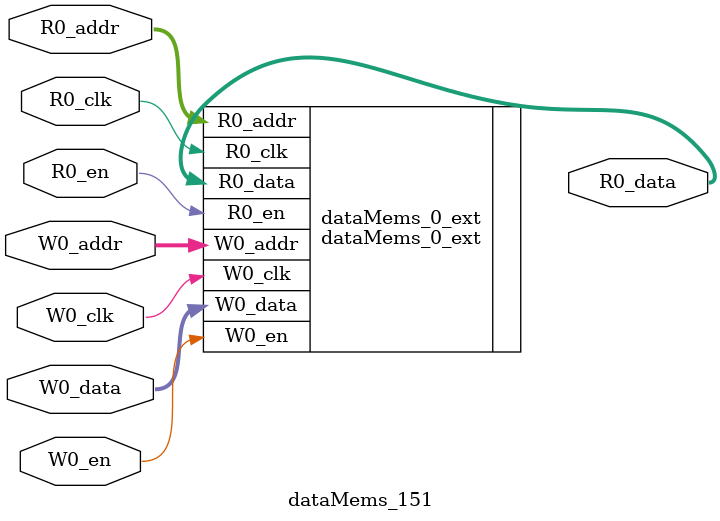
<source format=sv>
`ifndef RANDOMIZE
  `ifdef RANDOMIZE_REG_INIT
    `define RANDOMIZE
  `endif // RANDOMIZE_REG_INIT
`endif // not def RANDOMIZE
`ifndef RANDOMIZE
  `ifdef RANDOMIZE_MEM_INIT
    `define RANDOMIZE
  `endif // RANDOMIZE_MEM_INIT
`endif // not def RANDOMIZE

`ifndef RANDOM
  `define RANDOM $random
`endif // not def RANDOM

// Users can define 'PRINTF_COND' to add an extra gate to prints.
`ifndef PRINTF_COND_
  `ifdef PRINTF_COND
    `define PRINTF_COND_ (`PRINTF_COND)
  `else  // PRINTF_COND
    `define PRINTF_COND_ 1
  `endif // PRINTF_COND
`endif // not def PRINTF_COND_

// Users can define 'ASSERT_VERBOSE_COND' to add an extra gate to assert error printing.
`ifndef ASSERT_VERBOSE_COND_
  `ifdef ASSERT_VERBOSE_COND
    `define ASSERT_VERBOSE_COND_ (`ASSERT_VERBOSE_COND)
  `else  // ASSERT_VERBOSE_COND
    `define ASSERT_VERBOSE_COND_ 1
  `endif // ASSERT_VERBOSE_COND
`endif // not def ASSERT_VERBOSE_COND_

// Users can define 'STOP_COND' to add an extra gate to stop conditions.
`ifndef STOP_COND_
  `ifdef STOP_COND
    `define STOP_COND_ (`STOP_COND)
  `else  // STOP_COND
    `define STOP_COND_ 1
  `endif // STOP_COND
`endif // not def STOP_COND_

// Users can define INIT_RANDOM as general code that gets injected into the
// initializer block for modules with registers.
`ifndef INIT_RANDOM
  `define INIT_RANDOM
`endif // not def INIT_RANDOM

// If using random initialization, you can also define RANDOMIZE_DELAY to
// customize the delay used, otherwise 0.002 is used.
`ifndef RANDOMIZE_DELAY
  `define RANDOMIZE_DELAY 0.002
`endif // not def RANDOMIZE_DELAY

// Define INIT_RANDOM_PROLOG_ for use in our modules below.
`ifndef INIT_RANDOM_PROLOG_
  `ifdef RANDOMIZE
    `ifdef VERILATOR
      `define INIT_RANDOM_PROLOG_ `INIT_RANDOM
    `else  // VERILATOR
      `define INIT_RANDOM_PROLOG_ `INIT_RANDOM #`RANDOMIZE_DELAY begin end
    `endif // VERILATOR
  `else  // RANDOMIZE
    `define INIT_RANDOM_PROLOG_
  `endif // RANDOMIZE
`endif // not def INIT_RANDOM_PROLOG_

// Include register initializers in init blocks unless synthesis is set
`ifndef SYNTHESIS
  `ifndef ENABLE_INITIAL_REG_
    `define ENABLE_INITIAL_REG_
  `endif // not def ENABLE_INITIAL_REG_
`endif // not def SYNTHESIS

// Include rmemory initializers in init blocks unless synthesis is set
`ifndef SYNTHESIS
  `ifndef ENABLE_INITIAL_MEM_
    `define ENABLE_INITIAL_MEM_
  `endif // not def ENABLE_INITIAL_MEM_
`endif // not def SYNTHESIS

module dataMems_151(	// @[generators/ara/src/main/scala/UnsafeAXI4ToTL.scala:365:62]
  input  [4:0]   R0_addr,
  input          R0_en,
  input          R0_clk,
  output [130:0] R0_data,
  input  [4:0]   W0_addr,
  input          W0_en,
  input          W0_clk,
  input  [130:0] W0_data
);

  dataMems_0_ext dataMems_0_ext (	// @[generators/ara/src/main/scala/UnsafeAXI4ToTL.scala:365:62]
    .R0_addr (R0_addr),
    .R0_en   (R0_en),
    .R0_clk  (R0_clk),
    .R0_data (R0_data),
    .W0_addr (W0_addr),
    .W0_en   (W0_en),
    .W0_clk  (W0_clk),
    .W0_data (W0_data)
  );
endmodule


</source>
